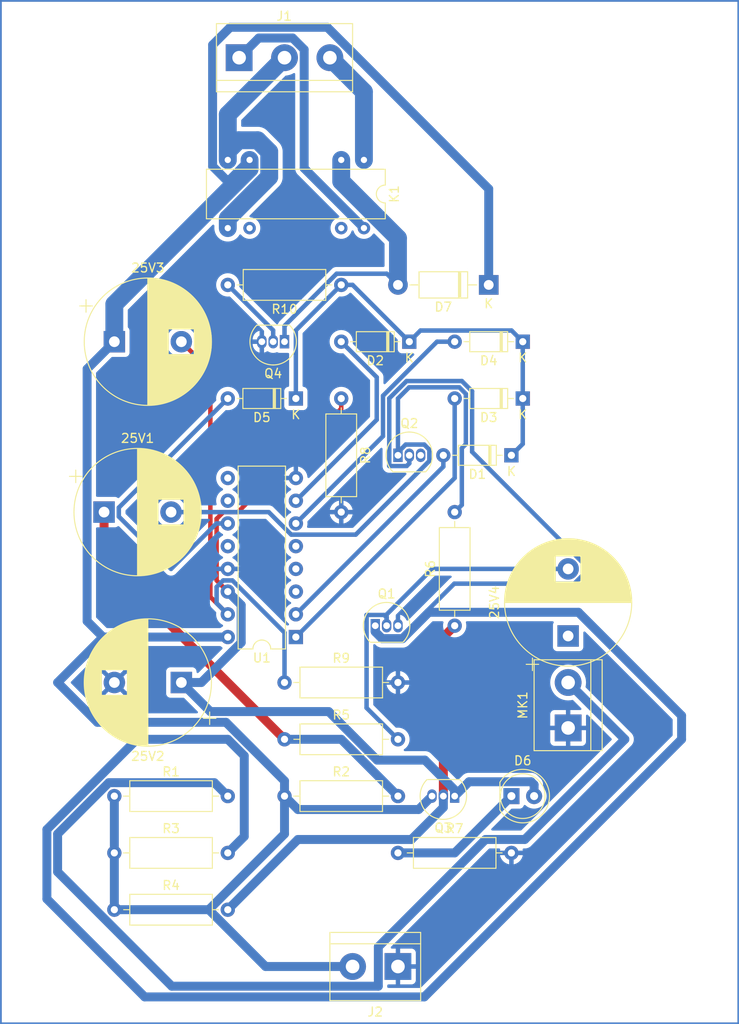
<source format=kicad_pcb>
(kicad_pcb (version 20221018) (generator pcbnew)
  (title_block (title "Clap Controlled Switch ") (date "27.01.2023") (rev "1.0") (company "by Muxtar_Safarov"))
  (layers (0 "F.Cu" signal) (31 "B.Cu" signal) (34 "B.Paste" user) (35 "F.Paste" user) (36 "B.SilkS" user "B.Silkscreen") (37 "F.SilkS" user "F.Silkscreen") (38 "B.Mask" user) (39 "F.Mask" user) (44 "Edge.Cuts" user))
  (net 0 "")
  (net 1 "Net-(25V1-Pad1)")
  (net 2 "Net-(Q2-C)")
  (net 3 "Net-(D6-A)")
  (net 4 "Earth")
  (net 5 "VCC")
  (net 6 "Net-(U1-Reset)")
  (net 7 "Net-(MK1-+)")
  (net 8 "Net-(Q1-B)")
  (net 9 "Net-(D1-K)")
  (net 10 "Net-(D1-A)")
  (net 11 "Net-(D2-A)")
  (net 12 "Net-(D3-A)")
  (net 13 "Net-(D4-A)")
  (net 14 "Net-(D5-A)")
  (net 15 "Net-(D6-K)")
  (net 16 "Net-(D7-A)")
  (net 17 "Net-(J1-Pin_1)")
  (net 18 "Net-(J1-Pin_2)")
  (net 19 "Net-(J1-Pin_3)")
  (net 20 "Net-(Q1-C)")
  (net 21 "BASE")
  (net 22 "Net-(Q4-B)")
  (footprint "Diode_THT:D_DO-35_SOD27_P7.62mm_Horizontal" (layer "F.Cu") (at 96.52 114.3 180)
    (fp_text reference "D2" (at 3.81 -2.12) (layer "F.SilkS"))
    (fp_text value "1N4148")
    (fp_text user "K" (at 0 -1.8) (layer "F.SilkS"))
    (pad "1" thru_hole rect (at 0 0 180) (size 1.6 1.6) (drill 0.8) (layers "*.Cu" "*.Mask") (net 9 "Net-(D1-K)"))
    (pad "2" thru_hole oval (at 7.62 0 180) (size 1.6 1.6) (drill 0.8) (layers "*.Cu" "*.Mask") (net 11 "Net-(D2-A)"))
  )
  (footprint "Package_TO_SOT_THT:TO-92_Inline" (layer "F.Cu") (at 92.71 146.05)
    (fp_text reference "Q1" (at 1.27 -3.56) (layer "F.SilkS"))
    (fp_text value "BC547")
    (pad "1" thru_hole rect (at 0 0) (size 1.05 1.5) (drill 0.75) (layers "*.Cu" "*.Mask") (net 20 "Net-(Q1-C)"))
    (pad "2" thru_hole oval (at 1.27 0) (size 1.05 1.5) (drill 0.75) (layers "*.Cu" "*.Mask") (net 8 "Net-(Q1-B)"))
    (pad "3" thru_hole oval (at 2.54 0) (size 1.05 1.5) (drill 0.75) (layers "*.Cu" "*.Mask") (net 4 "Earth"))
  )
  (footprint "Resistor_THT:R_Axial_DIN0309_L9.0mm_D3.2mm_P12.70mm_Horizontal" (layer "F.Cu") (at 95.25 171.45)
    (fp_text reference "R7" (at 6.35 -2.72) (layer "F.SilkS"))
    (fp_text value "10K")
    (pad "1" thru_hole circle (at 0 0) (size 1.6 1.6) (drill 0.8) (layers "*.Cu" "*.Mask") (net 15 "Net-(D6-K)"))
    (pad "2" thru_hole oval (at 12.7 0) (size 1.6 1.6) (drill 0.8) (layers "*.Cu" "*.Mask") (net 4 "Earth"))
  )
  (footprint "Package_TO_SOT_THT:TO-92_Inline" (layer "F.Cu") (at 101.6 165.1 180)
    (fp_text reference "Q3" (at 1.27 -3.56) (layer "F.SilkS"))
    (fp_text value "BC557")
    (pad "1" thru_hole rect (at 0 0 180) (size 1.05 1.5) (drill 0.75) (layers "*.Cu" "*.Mask") (net 3 "Net-(D6-A)"))
    (pad "2" thru_hole oval (at 1.27 0 180) (size 1.05 1.5) (drill 0.75) (layers "*.Cu" "*.Mask") (net 21 "BASE"))
    (pad "3" thru_hole oval (at 2.54 0 180) (size 1.05 1.5) (drill 0.75) (layers "*.Cu" "*.Mask") (net 5 "VCC"))
  )
  (footprint "Resistor_THT:R_Axial_DIN0309_L9.0mm_D3.2mm_P12.70mm_Horizontal" (layer "F.Cu") (at 63.5 177.8)
    (fp_text reference "R4" (at 6.35 -2.72) (layer "F.SilkS"))
    (fp_text value "2,2K")
    (pad "1" thru_hole circle (at 0 0) (size 1.6 1.6) (drill 0.8) (layers "*.Cu" "*.Mask") (net 5 "VCC"))
    (pad "2" thru_hole oval (at 12.7 0) (size 1.6 1.6) (drill 0.8) (layers "*.Cu" "*.Mask") (net 21 "BASE"))
  )
  (footprint "Resistor_THT:R_Axial_DIN0309_L9.0mm_D3.2mm_P12.70mm_Horizontal" (layer "F.Cu") (at 63.5 171.45)
    (fp_text reference "R3" (at 6.35 -2.72) (layer "F.SilkS"))
    (fp_text value "33K")
    (pad "1" thru_hole circle (at 0 0) (size 1.6 1.6) (drill 0.8) (layers "*.Cu" "*.Mask") (net 5 "VCC"))
    (pad "2" thru_hole oval (at 12.7 0) (size 1.6 1.6) (drill 0.8) (layers "*.Cu" "*.Mask") (net 20 "Net-(Q1-C)"))
  )
  (footprint "Capacitor_THT:CP_Radial_D14.0mm_P7.50mm" (layer "F.Cu") (at 71 152.4 180)
    (fp_text reference "25V2" (at 3.75 -8.25) (layer "F.SilkS"))
    (fp_text value "10uF")
    (pad "1" thru_hole rect (at 0 0 180) (size 2.4 2.4) (drill 1.2) (layers "*.Cu" "*.Mask") (net 3 "Net-(D6-A)"))
    (pad "2" thru_hole circle (at 7.5 0 180) (size 2.4 2.4) (drill 1.2) (layers "*.Cu" "*.Mask") (net 4 "Earth"))
  )
  (footprint "TerminalBlock:TerminalBlock_bornier-2_P5.08mm" (layer "F.Cu") (at 95.25 184.15 180)
    (fp_text reference "J2" (at 2.54 -5.08) (layer "F.SilkS"))
    (fp_text value "Screw_Terminal_01x02")
    (pad "1" thru_hole rect (at 0 0 180) (size 3 3) (drill 1.52) (layers "*.Cu" "*.Mask") (net 4 "Earth"))
    (pad "2" thru_hole circle (at 5.08 0 180) (size 3 3) (drill 1.52) (layers "*.Cu" "*.Mask") (net 5 "VCC"))
  )
  (footprint "Resistor_THT:R_Axial_DIN0309_L9.0mm_D3.2mm_P12.70mm_Horizontal" (layer "F.Cu") (at 88.9 120.65 -90)
    (fp_text reference "R8" (at 6.35 -2.72 90) (layer "F.SilkS"))
    (fp_text value "1K")
    (pad "1" thru_hole circle (at 0 0 270) (size 1.6 1.6) (drill 0.8) (layers "*.Cu" "*.Mask") (net 3 "Net-(D6-A)"))
    (pad "2" thru_hole oval (at 12.7 0 270) (size 1.6 1.6) (drill 0.8) (layers "*.Cu" "*.Mask") (net 4 "Earth"))
  )
  (footprint "Resistor_THT:R_Axial_DIN0309_L9.0mm_D3.2mm_P12.70mm_Horizontal" (layer "F.Cu") (at 101.6 146.05 90)
    (fp_text reference "R6" (at 6.35 -2.72 90) (layer "F.SilkS"))
    (fp_text value "330R")
    (pad "1" thru_hole circle (at 0 0 90) (size 1.6 1.6) (drill 0.8) (layers "*.Cu" "*.Mask") (net 21 "BASE"))
    (pad "2" thru_hole oval (at 12.7 0 90) (size 1.6 1.6) (drill 0.8) (layers "*.Cu" "*.Mask") (net 2 "Net-(Q2-C)"))
  )
  (footprint "Diode_THT:D_DO-35_SOD27_P7.62mm_Horizontal" (layer "F.Cu") (at 107.95 127 180)
    (fp_text reference "D1" (at 3.81 -2.12) (layer "F.SilkS"))
    (fp_text value "1N4148")
    (fp_text user "K" (at 0 -1.8) (layer "F.SilkS"))
    (pad "1" thru_hole rect (at 0 0 180) (size 1.6 1.6) (drill 0.8) (layers "*.Cu" "*.Mask") (net 9 "Net-(D1-K)"))
    (pad "2" thru_hole oval (at 7.62 0 180) (size 1.6 1.6) (drill 0.8) (layers "*.Cu" "*.Mask") (net 10 "Net-(D1-A)"))
  )
  (footprint "Resistor_THT:R_Axial_DIN0309_L9.0mm_D3.2mm_P12.70mm_Horizontal" (layer "F.Cu") (at 82.55 152.4)
    (fp_text reference "R9" (at 6.35 -2.72) (layer "F.SilkS"))
    (fp_text value "1K")
    (pad "1" thru_hole circle (at 0 0) (size 1.6 1.6) (drill 0.8) (layers "*.Cu" "*.Mask") (net 6 "Net-(U1-Reset)"))
    (pad "2" thru_hole oval (at 12.7 0) (size 1.6 1.6) (drill 0.8) (layers "*.Cu" "*.Mask") (net 4 "Earth"))
  )
  (footprint "TerminalBlock:TerminalBlock_bornier-3_P5.08mm" (layer "F.Cu") (at 77.47 82.55)
    (fp_text reference "J1" (at 5.05 -4.65) (layer "F.SilkS"))
    (fp_text value "LOAD with AC supply")
    (pad "1" thru_hole rect (at 0 0) (size 3 3) (drill 1.52) (layers "*.Cu" "*.Mask") (net 17 "Net-(J1-Pin_1)"))
    (pad "2" thru_hole circle (at 5.08 0) (size 3 3) (drill 1.52) (layers "*.Cu" "*.Mask") (net 18 "Net-(J1-Pin_2)"))
    (pad "3" thru_hole circle (at 10.16 0) (size 3 3) (drill 1.52) (layers "*.Cu" "*.Mask") (net 19 "Net-(J1-Pin_3)"))
  )
  (footprint "Relay_THT:Relay_StandexMeder_DIP_LowProfile" (layer "F.Cu") (at 91.44 93.98 -90)
    (fp_text reference "K1" (at 3.81 -3.39 90) (layer "F.SilkS"))
    (fp_text value "relay")
    (pad "1" thru_hole rect (at 0 0 270) (size 1.4 1.4) (drill 0.7) (layers "*.Cu" "*.Mask") (net 19 "Net-(J1-Pin_3)"))
    (pad "2" thru_hole circle (at 0 2.54 270) (size 1.4 1.4) (drill 0.7) (layers "*.Cu" "*.Mask") (net 16 "Net-(D7-A)"))
    (pad "6" thru_hole circle (at 0 12.8 270) (size 1.4 1.4) (drill 0.7) (layers "*.Cu" "*.Mask") (net 5 "VCC"))
    (pad "7" thru_hole circle (at 0 15.24 270) (size 1.4 1.4) (drill 0.7) (layers "*.Cu" "*.Mask") (net 18 "Net-(J1-Pin_2)"))
    (pad "8" thru_hole circle (at 7.62 15.24 270) (size 1.4 1.4) (drill 0.7) (layers "*.Cu" "*.Mask") (net 18 "Net-(J1-Pin_2)"))
    (pad "9" thru_hole circle (at 7.62 12.8 270) (size 1.4 1.4) (drill 0.7) (layers "*.Cu" "*.Mask"))
    (pad "13" thru_hole circle (at 7.62 2.54 270) (size 1.4 1.4) (drill 0.7) (layers "*.Cu" "*.Mask"))
    (pad "14" thru_hole circle (at 7.62 0 270) (size 1.4 1.4) (drill 0.7) (layers "*.Cu" "*.Mask") (net 17 "Net-(J1-Pin_1)"))
  )
  (footprint "Package_TO_SOT_THT:TO-92_Inline" (layer "F.Cu") (at 82.55 114.3 180)
    (fp_text reference "Q4" (at 1.27 -3.56) (layer "F.SilkS"))
    (fp_text value "BC547")
    (pad "1" thru_hole rect (at 0 0 180) (size 1.05 1.5) (drill 0.75) (layers "*.Cu" "*.Mask") (net 16 "Net-(D7-A)"))
    (pad "2" thru_hole oval (at 1.27 0 180) (size 1.05 1.5) (drill 0.75) (layers "*.Cu" "*.Mask") (net 22 "Net-(Q4-B)"))
    (pad "3" thru_hole oval (at 2.54 0 180) (size 1.05 1.5) (drill 0.75) (layers "*.Cu" "*.Mask") (net 4 "Earth"))
  )
  (footprint "TerminalBlock:TerminalBlock_bornier-2_P5.08mm" (layer "F.Cu") (at 114.3 157.48 90)
    (fp_text reference "MK1" (at 2.54 -5.08 90) (layer "F.SilkS"))
    (fp_text value "Microphone")
    (pad "1" thru_hole rect (at 0 0 90) (size 3 3) (drill 1.52) (layers "*.Cu" "*.Mask") (net 4 "Earth"))
    (pad "2" thru_hole circle (at 5.08 0 90) (size 3 3) (drill 1.52) (layers "*.Cu" "*.Mask") (net 7 "Net-(MK1-+)"))
  )
  (footprint "Capacitor_THT:CP_Radial_D14.0mm_P7.50mm" (layer "F.Cu") (at 62.35 133.35)
    (fp_text reference "25V1" (at 3.75 -8.25) (layer "F.SilkS"))
    (fp_text value "1uF")
    (pad "1" thru_hole rect (at 0 0) (size 2.4 2.4) (drill 1.2) (layers "*.Cu" "*.Mask") (net 1 "Net-(25V1-Pad1)"))
    (pad "2" thru_hole circle (at 7.5 0) (size 2.4 2.4) (drill 1.2) (layers "*.Cu" "*.Mask") (net 2 "Net-(Q2-C)"))
  )
  (footprint "Package_TO_SOT_THT:TO-92_Inline" (layer "F.Cu") (at 95.25 127)
    (fp_text reference "Q2" (at 1.27 -3.56) (layer "F.SilkS"))
    (fp_text value "BC547")
    (pad "1" thru_hole rect (at 0 0) (size 1.05 1.5) (drill 0.75) (layers "*.Cu" "*.Mask") (net 2 "Net-(Q2-C)"))
    (pad "2" thru_hole oval (at 1.27 0) (size 1.05 1.5) (drill 0.75) (layers "*.Cu" "*.Mask") (net 20 "Net-(Q1-C)"))
    (pad "3" thru_hole oval (at 2.54 0) (size 1.05 1.5) (drill 0.75) (layers "*.Cu" "*.Mask") (net 4 "Earth"))
  )
  (footprint "Package_DIP:DIP-16_W7.62mm" (layer "F.Cu") (at 83.82 147.32 180)
    (fp_text reference "U1" (at 3.81 -2.33) (layer "F.SilkS"))
    (fp_text value "4017")
    (pad "1" thru_hole rect (at 0 0 180) (size 1.6 1.6) (drill 0.8) (layers "*.Cu" "*.Mask") (net 12 "Net-(D3-A)"))
    (pad "2" thru_hole oval (at 0 2.54 180) (size 1.6 1.6) (drill 0.8) (layers "*.Cu" "*.Mask") (net 10 "Net-(D1-A)"))
    (pad "3" thru_hole oval (at 0 5.08 180) (size 1.6 1.6) (drill 0.8) (layers "*.Cu" "*.Mask"))
    (pad "4" thru_hole oval (at 0 7.62 180) (size 1.6 1.6) (drill 0.8) (layers "*.Cu" "*.Mask"))
    (pad "5" thru_hole oval (at 0 10.16 180) (size 1.6 1.6) (drill 0.8) (layers "*.Cu" "*.Mask"))
    (pad "6" thru_hole oval (at 0 12.7 180) (size 1.6 1.6) (drill 0.8) (layers "*.Cu" "*.Mask") (net 13 "Net-(D4-A)"))
    (pad "7" thru_hole oval (at 0 15.24 180) (size 1.6 1.6) (drill 0.8) (layers "*.Cu" "*.Mask") (net 11 "Net-(D2-A)"))
    (pad "8" thru_hole oval (at 0 17.78 180) (size 1.6 1.6) (drill 0.8) (layers "*.Cu" "*.Mask") (net 4 "Earth"))
    (pad "9" thru_hole oval (at 7.62 17.78 180) (size 1.6 1.6) (drill 0.8) (layers "*.Cu" "*.Mask"))
    (pad "10" thru_hole oval (at 7.62 15.24 180) (size 1.6 1.6) (drill 0.8) (layers "*.Cu" "*.Mask"))
    (pad "11" thru_hole oval (at 7.62 12.7 180) (size 1.6 1.6) (drill 0.8) (layers "*.Cu" "*.Mask") (net 14 "Net-(D5-A)"))
    (pad "12" thru_hole oval (at 7.62 10.16 180) (size 1.6 1.6) (drill 0.8) (layers "*.Cu" "*.Mask"))
    (pad "13" thru_hole oval (at 7.62 7.62 180) (size 1.6 1.6) (drill 0.8) (layers "*.Cu" "*.Mask") (net 4 "Earth"))
    (pad "14" thru_hole oval (at 7.62 5.08 180) (size 1.6 1.6) (drill 0.8) (layers "*.Cu" "*.Mask") (net 3 "Net-(D6-A)"))
    (pad "15" thru_hole oval (at 7.62 2.54 180) (size 1.6 1.6) (drill 0.8) (layers "*.Cu" "*.Mask") (net 6 "Net-(U1-Reset)"))
    (pad "16" thru_hole oval (at 7.62 0 180) (size 1.6 1.6) (drill 0.8) (layers "*.Cu" "*.Mask") (net 5 "VCC"))
  )
  (footprint "Diode_THT:D_DO-35_SOD27_P7.62mm_Horizontal" (layer "F.Cu") (at 83.82 120.65 180)
    (fp_text reference "D5" (at 3.81 -2.12) (layer "F.SilkS"))
    (fp_text value "1N4148")
    (fp_text user "K" (at 0 -1.8) (layer "F.SilkS"))
    (pad "1" thru_hole rect (at 0 0 180) (size 1.6 1.6) (drill 0.8) (layers "*.Cu" "*.Mask") (net 9 "Net-(D1-K)"))
    (pad "2" thru_hole oval (at 7.62 0 180) (size 1.6 1.6) (drill 0.8) (layers "*.Cu" "*.Mask") (net 14 "Net-(D5-A)"))
  )
  (footprint "Capacitor_THT:CP_Radial_D14.0mm_P7.50mm" (layer "F.Cu") (at 63.5 114.3)
    (fp_text reference "25V3" (at 3.75 -8.25) (layer "F.SilkS"))
    (fp_text value "10uF")
    (pad "1" thru_hole rect (at 0 0) (size 2.4 2.4) (drill 1.2) (layers "*.Cu" "*.Mask") (net 5 "VCC"))
    (pad "2" thru_hole circle (at 7.5 0) (size 2.4 2.4) (drill 1.2) (layers "*.Cu" "*.Mask") (net 6 "Net-(U1-Reset)"))
  )
  (footprint "Resistor_THT:R_Axial_DIN0309_L9.0mm_D3.2mm_P12.70mm_Horizontal" (layer "F.Cu") (at 82.55 158.75)
    (fp_text reference "R5" (at 6.35 -2.72) (layer "F.SilkS"))
    (fp_text value "47K")
    (pad "1" thru_hole circle (at 0 0) (size 1.6 1.6) (drill 0.8) (layers "*.Cu" "*.Mask") (net 1 "Net-(25V1-Pad1)"))
    (pad "2" thru_hole oval (at 12.7 0) (size 1.6 1.6) (drill 0.8) (layers "*.Cu" "*.Mask") (net 8 "Net-(Q1-B)"))
  )
  (footprint "Resistor_THT:R_Axial_DIN0309_L9.0mm_D3.2mm_P12.70mm_Horizontal" (layer "F.Cu") (at 82.55 165.1)
    (fp_text reference "R2" (at 6.35 -2.72) (layer "F.SilkS"))
    (fp_text value "3,3M")
    (pad "1" thru_hole circle (at 0 0) (size 1.6 1.6) (drill 0.8) (layers "*.Cu" "*.Mask") (net 5 "VCC"))
    (pad "2" thru_hole oval (at 12.7 0) (size 1.6 1.6) (drill 0.8) (layers "*.Cu" "*.Mask") (net 1 "Net-(25V1-Pad1)"))
  )
  (footprint "Resistor_THT:R_Axial_DIN0309_L9.0mm_D3.2mm_P12.70mm_Horizontal" (layer "F.Cu") (at 63.5 165.1)
    (fp_text reference "R1" (at 6.35 -2.72) (layer "F.SilkS"))
    (fp_text value "5,6K")
    (pad "1" thru_hole circle (at 0 0) (size 1.6 1.6) (drill 0.8) (layers "*.Cu" "*.Mask") (net 5 "VCC"))
    (pad "2" thru_hole oval (at 12.7 0) (size 1.6 1.6) (drill 0.8) (layers "*.Cu" "*.Mask") (net 7 "Net-(MK1-+)"))
  )
  (footprint "Diode_THT:D_DO-35_SOD27_P7.62mm_Horizontal" (layer "F.Cu") (at 109.22 114.3 180)
    (fp_text reference "D4" (at 3.81 -2.12) (layer "F.SilkS"))
    (fp_text value "1N4148")
    (fp_text user "K" (at 0 -1.8) (layer "F.SilkS"))
    (pad "1" thru_hole rect (at 0 0 180) (size 1.6 1.6) (drill 0.8) (layers "*.Cu" "*.Mask") (net 9 "Net-(D1-K)"))
    (pad "2" thru_hole oval (at 7.62 0 180) (size 1.6 1.6) (drill 0.8) (layers "*.Cu" "*.Mask") (net 13 "Net-(D4-A)"))
  )
  (footprint "Capacitor_THT:CP_Radial_D14.0mm_P7.50mm" (layer "F.Cu") (at 114.3 147.2 90)
    (fp_text reference "25V4" (at 3.75 -8.25 90) (layer "F.SilkS"))
    (fp_text value "0,22uF")
    (pad "1" thru_hole rect (at 0 0 90) (size 2.4 2.4) (drill 1.2) (layers "*.Cu" "*.Mask") (net 7 "Net-(MK1-+)"))
    (pad "2" thru_hole circle (at 7.5 0 90) (size 2.4 2.4) (drill 1.2) (layers "*.Cu" "*.Mask") (net 8 "Net-(Q1-B)"))
  )
  (footprint "Diode_THT:D_DO-41_SOD81_P10.16mm_Horizontal" (layer "F.Cu") (at 105.41 107.95 180)
    (fp_text reference "D7" (at 5.08 -2.47) (layer "F.SilkS"))
    (fp_text value "1N4007")
    (fp_text user "K" (at 0 -2.1) (layer "F.SilkS"))
    (pad "1" thru_hole rect (at 0 0 180) (size 2.2 2.2) (drill 1.1) (layers "*.Cu" "*.Mask") (net 5 "VCC"))
    (pad "2" thru_hole oval (at 10.16 0 180) (size 2.2 2.2) (drill 1.1) (layers "*.Cu" "*.Mask") (net 16 "Net-(D7-A)"))
  )
  (footprint "Resistor_THT:R_Axial_DIN0309_L9.0mm_D3.2mm_P12.70mm_Horizontal" (layer "F.Cu") (at 88.9 107.95 180)
    (fp_text reference "R10" (at 6.35 -2.72) (layer "F.SilkS"))
    (fp_text value "1K")
    (pad "1" thru_hole circle (at 0 0 180) (size 1.6 1.6) (drill 0.8) (layers "*.Cu" "*.Mask") (net 9 "Net-(D1-K)"))
    (pad "2" thru_hole oval (at 12.7 0 180) (size 1.6 1.6) (drill 0.8) (layers "*.Cu" "*.Mask") (net 22 "Net-(Q4-B)"))
  )
  (footprint "LED_THT:LED_D5.0mm" (layer "F.Cu") (at 107.95 165.1)
    (fp_text reference "D6" (at 1.27 -3.96) (layer "F.SilkS"))
    (fp_text value "LED")
    (pad "1" thru_hole rect (at 0 0) (size 1.8 1.8) (drill 0.9) (layers "*.Cu" "*.Mask") (net 15 "Net-(D6-K)"))
    (pad "2" thru_hole circle (at 2.54 0) (size 1.8 1.8) (drill 0.9) (layers "*.Cu" "*.Mask") (net 3 "Net-(D6-A)"))
  )
  (footprint "Diode_THT:D_DO-35_SOD27_P7.62mm_Horizontal" (layer "F.Cu") (at 109.22 120.65 180)
    (fp_text reference "D3" (at 3.81 -2.12) (layer "F.SilkS"))
    (fp_text value "1N4148")
    (fp_text user "K" (at 0 -1.8) (layer "F.SilkS"))
    (pad "1" thru_hole rect (at 0 0 180) (size 1.6 1.6) (drill 0.8) (layers "*.Cu" "*.Mask") (net 9 "Net-(D1-K)"))
    (pad "2" thru_hole oval (at 7.62 0 180) (size 1.6 1.6) (drill 0.8) (layers "*.Cu" "*.Mask") (net 12 "Net-(D3-A)"))
  )
  (gr_rect (start 50.8 76.2) (end 133.35 190.5) (stroke (width 0.2)) (fill none) (layer "B.Cu"))
  (segment (start 82.55 158.75) (end 62.35 138.55) (width 1) (layer "F.Cu") (net 1))
  (segment (start 62.35 138.55) (end 62.35 133.35) (width 1) (layer "F.Cu") (net 1))
  (segment (start 88.9 158.75) (end 95.25 165.1) (width 1) (layer "B.Cu") (net 1))
  (segment (start 82.55 158.75) (end 88.9 158.75) (width 1) (layer "B.Cu") (net 1))
  (segment (start 90.523858 135.87) (end 98.765 127.628858) (width 0.5) (layer "B.Cu") (net 2))
  (segment (start 96.116142 125.8) (end 95.25 126.666142) (width 0.5) (layer "B.Cu") (net 2))
  (segment (start 98.765 127.628858) (end 98.765 126.371142) (width 0.5) (layer "B.Cu") (net 2))
  (segment (start 101.6 133.35) (end 102.399999 132.550001) (width 0.5) (layer "B.Cu") (net 2))
  (segment (start 95.25 120.65) (end 95.25 127) (width 0.5) (layer "B.Cu") (net 2))
  (segment (start 102.85 120.132233) (end 102.117767 119.4) (width 0.5) (layer "B.Cu") (net 2))
  (segment (start 69.85 133.35) (end 80.782233 133.35) (width 0.5) (layer "B.Cu") (net 2))
  (segment (start 98.765 126.371142) (end 98.193858 125.8) (width 0.5) (layer "B.Cu") (net 2))
  (segment (start 96.5 119.4) (end 95.25 120.65) (width 0.5) (layer "B.Cu") (net 2))
  (segment (start 98.193858 125.8) (end 96.116142 125.8) (width 0.5) (layer "B.Cu") (net 2))
  (segment (start 95.25 126.666142) (end 95.25 127) (width 0.5) (layer "B.Cu") (net 2))
  (segment (start 102.399999 132.550001) (end 102.399999 126.200001) (width 0.5) (layer "B.Cu") (net 2))
  (segment (start 102.117767 119.4) (end 96.5 119.4) (width 0.5) (layer "B.Cu") (net 2))
  (segment (start 102.399999 126.200001) (end 102.85 125.75) (width 0.5) (layer "B.Cu") (net 2))
  (segment (start 102.85 125.75) (end 102.85 120.132233) (width 0.5) (layer "B.Cu") (net 2))
  (segment (start 83.302233 135.87) (end 90.523858 135.87) (width 0.5) (layer "B.Cu") (net 2))
  (segment (start 80.782233 133.35) (end 83.302233 135.87) (width 0.5) (layer "B.Cu") (net 2))
  (segment (start 88.9 121.78137) (end 77.33137 133.35) (width 0.5) (layer "F.Cu") (net 3))
  (segment (start 74.95 140.99) (end 76.2 142.24) (width 0.5) (layer "F.Cu") (net 3))
  (segment (start 88.9 120.65) (end 88.9 121.78137) (width 0.5) (layer "F.Cu") (net 3))
  (segment (start 77.33137 133.35) (end 75.702233 133.35) (width 0.5) (layer "F.Cu") (net 3))
  (segment (start 74.95 134.102233) (end 74.95 140.99) (width 0.5) (layer "F.Cu") (net 3))
  (segment (start 75.702233 133.35) (end 74.95 134.102233) (width 0.5) (layer "F.Cu") (net 3))
  (segment (start 74.25 155.65) (end 71 152.4) (width 1) (layer "B.Cu") (net 3))
  (segment (start 77.7 147.941321) (end 77.7 143.74) (width 1) (layer "B.Cu") (net 3))
  (segment (start 110.49 163.827208) (end 110.49 165.1) (width 1) (layer "B.Cu") (net 3))
  (segment (start 101.6 165.1) (end 103.2 163.5) (width 1) (layer "B.Cu") (net 3))
  (segment (start 101.6 165.1) (end 101.6 164.412588) (width 1) (layer "B.Cu") (net 3))
  (segment (start 103.2 163.5) (end 110.162792 163.5) (width 1) (layer "B.Cu") (net 3))
  (segment (start 101.6 164.412588) (end 98.263884 161.076472) (width 1) (layer "B.Cu") (net 3))
  (segment (start 77.7 143.74) (end 76.2 142.24) (width 1) (layer "B.Cu") (net 3))
  (segment (start 87.497056 155.65) (end 74.25 155.65) (width 1) (layer "B.Cu") (net 3))
  (segment (start 110.162792 163.5) (end 110.49 163.827208) (width 1) (layer "B.Cu") (net 3))
  (segment (start 73.241321 152.4) (end 77.7 147.941321) (width 1) (layer "B.Cu") (net 3))
  (segment (start 92.923528 161.076472) (end 87.497056 155.65) (width 1) (layer "B.Cu") (net 3))
  (segment (start 71 152.4) (end 73.241321 152.4) (width 1) (layer "B.Cu") (net 3))
  (segment (start 98.263884 161.076472) (end 92.923528 161.076472) (width 1) (layer "B.Cu") (net 3))
  (segment (start 78.64 93.98) (end 78.64 94.969949) (width 2) (layer "B.Cu") (net 5))
  (segment (start 84.05 166.6) (end 97.56 166.6) (width 1) (layer "B.Cu") (net 5))
  (segment (start 75.997056 156.85) (end 61.6 156.85) (width 1) (layer "B.Cu") (net 5))
  (segment (start 82.55 165.1) (end 82.55 169.328679) (width 1) (layer "B.Cu") (net 5))
  (segment (start 74.5 94.684163) (end 76.145812 96.329975) (width 1) (layer "B.Cu") (net 5))
  (segment (start 60.45 117.35) (end 60.45 145.54) (width 1) (layer "B.Cu") (net 5))
  (segment (start 90.17 184.15) (end 80.428679 184.15) (width 1) (layer "B.Cu") (net 5))
  (segment (start 76.47 79.15) (end 74.5 81.12) (width 1) (layer "B.Cu") (net 5))
  (segment (start 87.34127 79.15) (end 76.47 79.15) (width 1) (layer "B.Cu") (net 5))
  (segment (start 63.5 165.1) (end 63.5 171.45) (width 1) (layer "B.Cu") (net 5))
  (segment (start 82.55 165.1) (end 82.55 163.402944) (width 1) (layer "B.Cu") (net 5))
  (segment (start 82.55 165.1) (end 84.05 166.6) (width 1) (layer "B.Cu") (net 5))
  (segment (start 60.45 145.54) (end 62.23 147.32) (width 1) (layer "B.Cu") (net 5))
  (segment (start 78.64 94.969949) (end 63.5 110.109949) (width 2) (layer "B.Cu") (net 5))
  (segment (start 62.23 147.32) (end 76.2 147.32) (width 1) (layer "B.Cu") (net 5))
  (segment (start 76.290025 96.329975) (end 78.64 93.98) (width 1) (layer "B.Cu") (net 5))
  (segment (start 105.41 107.95) (end 105.41 97.21873) (width 1) (layer "B.Cu") (net 5))
  (segment (start 74.078679 177.8) (end 63.5 177.8) (width 1) (layer "B.Cu") (net 5))
  (segment (start 74.5 81.12) (end 74.5 94.684163) (width 1) (layer "B.Cu") (net 5))
  (segment (start 97.56 166.6) (end 99.06 165.1) (width 1) (layer "B.Cu") (net 5))
  (segment (start 61.6 156.85) (end 57.15 152.4) (width 1) (layer "B.Cu") (net 5))
  (segment (start 63.5 110.109949) (end 63.5 114.3) (width 2) (layer "B.Cu") (net 5))
  (segment (start 82.55 163.402944) (end 75.997056 156.85) (width 1) (layer "B.Cu") (net 5))
  (segment (start 76.145812 96.329975) (end 76.290025 96.329975) (width 1) (layer "B.Cu") (net 5))
  (segment (start 63.5 171.45) (end 63.5 177.8) (width 1) (layer "B.Cu") (net 5))
  (segment (start 105.41 97.21873) (end 87.34127 79.15) (width 1) (layer "B.Cu") (net 5))
  (segment (start 80.428679 184.15) (end 74.078679 177.8) (width 1) (layer "B.Cu") (net 5))
  (segment (start 63.5 114.3) (end 60.45 117.35) (width 1) (layer "B.Cu") (net 5))
  (segment (start 57.15 152.4) (end 62.23 147.32) (width 1) (layer "B.Cu") (net 5))
  (segment (start 82.55 169.328679) (end 74.078679 177.8) (width 1) (layer "B.Cu") (net 5))
  (segment (start 74.25 142.83) (end 76.2 144.78) (width 0.5) (layer "F.Cu") (net 6))
  (segment (start 74.25 117.55) (end 74.25 142.83) (width 0.5) (layer "F.Cu") (net 6))
  (segment (start 71 114.3) (end 74.25 117.55) (width 0.5) (layer "F.Cu") (net 6))
  (segment (start 82.55 152.4) (end 82.55 146.822233) (width 0.5) (layer "B.Cu") (net 6))
  (segment (start 74.95 143.53) (end 76.2 144.78) (width 0.5) (layer "B.Cu") (net 6))
  (segment (start 74.95 141.722233) (end 74.95 143.53) (width 0.5) (layer "B.Cu") (net 6))
  (segment (start 75.682233 140.99) (end 74.95 141.722233) (width 0.5) (layer "B.Cu") (net 6))
  (segment (start 76.717767 140.99) (end 75.682233 140.99) (width 0.5) (layer "B.Cu") (net 6))
  (segment (start 82.55 146.822233) (end 76.717767 140.99) (width 0.5) (layer "B.Cu") (net 6))
  (segment (start 109.45 169.95) (end 120.65 158.75) (width 1) (layer "B.Cu") (net 7))
  (segment (start 93.05 181.95) (end 105.05 169.95) (width 1) (layer "B.Cu") (net 7))
  (segment (start 69.928679 186.35) (end 93.05 186.35) (width 1) (layer "B.Cu") (net 7))
  (segment (start 93.05 186.35) (end 93.05 181.95) (width 1) (layer "B.Cu") (net 7))
  (segment (start 120.65 158.75) (end 114.3 152.4) (width 1) (layer "B.Cu") (net 7))
  (segment (start 105.05 169.95) (end 109.45 169.95) (width 1) (layer "B.Cu") (net 7))
  (segment (start 76.2 165.1) (end 74.7 163.6) (width 1) (layer "B.Cu") (net 7))
  (segment (start 57.15 173.571321) (end 69.928679 186.35) (width 1) (layer "B.Cu") (net 7))
  (segment (start 74.7 163.6) (end 62.878679 163.6) (width 1) (layer "B.Cu") (net 7))
  (segment (start 62.878679 163.6) (end 57.15 169.328679) (width 1) (layer "B.Cu") (net 7))
  (segment (start 57.15 169.328679) (end 57.15 173.571321) (width 1) (layer "B.Cu") (net 7))
  (segment (start 93.98 145.126142) (end 93.98 146.05) (width 0.5) (layer "B.Cu") (net 8))
  (segment (start 93.98 144.8) (end 99.08 139.7) (width 0.5) (layer "B.Cu") (net 8))
  (segment (start 99.08 139.7) (end 114.3 139.7) (width 0.5) (layer "B.Cu") (net 8))
  (segment (start 91.735 144.85) (end 93.703858 144.85) (width 0.5) (layer "B.Cu") (net 8))
  (segment (start 91.735 155.235) (end 91.735 144.85) (width 0.5) (layer "B.Cu") (net 8))
  (segment (start 95.25 158.75) (end 91.735 155.235) (width 0.5) (layer "B.Cu") (net 8))
  (segment (start 93.98 146.05) (end 93.98 144.8) (width 0.5) (layer "B.Cu") (net 8))
  (segment (start 93.703858 144.85) (end 93.98 145.126142) (width 0.5) (layer "B.Cu") (net 8))
  (segment (start 96.52 114.3) (end 90.17 107.95) (width 0.5) (layer "B.Cu") (net 9))
  (segment (start 109.22 114.3) (end 109.22 120.65) (width 0.5) (layer "B.Cu") (net 9))
  (segment (start 83.82 120.65) (end 83.82 113.03) (width 0.5) (layer "B.Cu") (net 9))
  (segment (start 90.17 107.95) (end 88.9 107.95) (width 0.5) (layer "B.Cu") (net 9))
  (segment (start 83.82 113.03) (end 88.9 107.95) (width 0.5) (layer "B.Cu") (net 9))
  (segment (start 109.22 114.3) (end 107.97 113.05) (width 0.5) (layer "B.Cu") (net 9))
  (segment (start 107.97 113.05) (end 97.77 113.05) (width 0.5) (layer "B.Cu") (net 9))
  (segment (start 109.22 120.65) (end 109.22 125.73) (width 0.5) (layer "B.Cu") (net 9))
  (segment (start 97.77 113.05) (end 96.52 114.3) (width 0.5) (layer "B.Cu") (net 9))
  (segment (start 109.22 125.73) (end 107.95 127) (width 0.5) (layer "B.Cu") (net 9))
  (segment (start 100.33 128.27) (end 100.33 127) (width 0.5) (layer "B.Cu") (net 10))
  (segment (start 83.82 144.78) (end 100.33 128.27) (width 0.5) (layer "B.Cu") (net 10))
  (segment (start 92.875 118.275) (end 88.9 114.3) (width 0.5) (layer "B.Cu") (net 11))
  (segment (start 83.82 132.08) (end 92.875 123.025) (width 0.5) (layer "B.Cu") (net 11))
  (segment (start 92.875 123.025) (end 92.875 118.275) (width 0.5) (layer "B.Cu") (net 11))
  (segment (start 83.82 147.32) (end 101.6 129.54) (width 0.5) (layer "B.Cu") (net 12))
  (segment (start 101.6 129.54) (end 101.6 120.65) (width 0.5) (layer "B.Cu") (net 12))
  (segment (start 83.82 134.62) (end 93.575 124.865) (width 0.5) (layer "B.Cu") (net 13))
  (segment (start 93.575 120.345101) (end 99.620101 114.3) (width 0.5) (layer "B.Cu") (net 13))
  (segment (start 93.575 124.865) (end 93.575 120.345101) (width 0.5) (layer "B.Cu") (net 13))
  (segment (start 99.620101 114.3) (end 101.6 114.3) (width 0.5) (layer "B.Cu") (net 13))
  (segment (start 69.85 139.7) (end 74.93 134.62) (width 0.5) (layer "B.Cu") (net 14))
  (segment (start 74.93 134.62) (end 76.2 134.62) (width 0.5) (layer "B.Cu") (net 14))
  (segment (start 64 132.85) (end 64 133.85) (width 0.5) (layer "B.Cu") (net 14))
  (segment (start 64 133.85) (end 69.85 139.7) (width 0.5) (layer "B.Cu") (net 14))
  (segment (start 76.2 120.65) (end 64 132.85) (width 0.5) (layer "B.Cu") (net 14))
  (segment (start 95.25 171.45) (end 101.6 171.45) (width 1) (layer "B.Cu") (net 15))
  (segment (start 101.6 171.45) (end 107.95 165.1) (width 1) (layer "B.Cu") (net 15))
  (segment (start 94 106.7) (end 95.25 107.95) (width 0.5) (layer "B.Cu") (net 16))
  (segment (start 88.382233 106.7) (end 94 106.7) (width 0.5) (layer "B.Cu") (net 16))
  (segment (start 82.55 114.3) (end 82.55 112.532233) (width 0.5) (layer "B.Cu") (net 16))
  (segment (start 88.9 96.372994) (end 95.25 102.722994) (width 2) (layer "B.Cu") (net 16))
  (segment (start 95.25 102.722994) (end 95.25 107.95) (width 2) (layer "B.Cu") (net 16))
  (segment (start 82.55 112.532233) (end 88.382233 106.7) (width 0.5) (layer "B.Cu") (net 16))
  (segment (start 88.9 93.98) (end 88.9 96.372994) (width 2) (layer "B.Cu") (net 16))
  (segment (start 84.75 81.63873) (end 84.75 94.91) (width 1) (layer "B.Cu") (net 17))
  (segment (start 77.47 82.55) (end 79.67 80.35) (width 1) (layer "B.Cu") (net 17))
  (segment (start 83.46127 80.35) (end 84.75 81.63873) (width 1) (layer "B.Cu") (net 17))
  (segment (start 84.75 94.91) (end 91.44 101.6) (width 1) (layer "B.Cu") (net 17))
  (segment (start 79.67 80.35) (end 83.46127 80.35) (width 1) (layer "B.Cu") (net 17))
  (segment (start 77.410051 91.78) (end 79.55127 91.78) (width 2) (layer "B.Cu") (net 18))
  (segment (start 80.84 95.881219) (end 76.2 100.521219) (width 2) (layer "B.Cu") (net 18))
  (segment (start 79.55127 91.78) (end 80.84 93.06873) (width 2) (layer "B.Cu") (net 18))
  (segment (start 76.2 92.990051) (end 77.410051 91.78) (width 2) (layer "B.Cu") (net 18))
  (segment (start 80.84 93.06873) (end 80.84 95.881219) (width 2) (layer "B.Cu") (net 18))
  (segment (start 76.2 100.521219) (end 76.2 101.6) (width 2) (layer "B.Cu") (net 18))
  (segment (start 76.2 88.9) (end 76.2 93.98) (width 2) (layer "B.Cu") (net 18))
  (segment (start 76.2 93.98) (end 76.2 92.990051) (width 2) (layer "B.Cu") (net 18))
  (segment (start 82.55 82.55) (end 76.2 88.9) (width 2) (layer "B.Cu") (net 18))
  (segment (start 87.63 82.55) (end 91.44 86.36) (width 2) (layer "B.Cu") (net 19))
  (segment (start 91.44 86.36) (end 91.44 93.98) (width 2) (layer "B.Cu") (net 19))
  (segment (start 96.210051 118.7) (end 102.407717 118.7) (width 0.5) (layer "B.Cu") (net 20))
  (segment (start 103.55 126.616547) (end 115.95 139.016547) (width 0.5) (layer "B.Cu") (net 20))
  (segment (start 66.9 187.55) (end 98.2 187.55) (width 1) (layer "B.Cu") (net 20))
  (segment (start 78.042642 160.592642) (end 76.2 158.75) (width 1) (layer "B.Cu") (net 20))
  (segment (start 115.95 139.016547) (end 115.95 140.383453) (width 0.5) (layer "B.Cu") (net 20))
  (segment (start 94.275 120.635051) (end 96.210051 118.7) (width 0.5) (layer "B.Cu") (net 20))
  (segment (start 92.71 146.383858) (end 92.71 146.05) (width 0.5) (layer "B.Cu") (net 20))
  (segment (start 101.553858 141.35) (end 95.653858 147.25) (width 0.5) (layer "B.Cu") (net 20))
  (segment (start 96.52 127.905) (end 96.225 128.2) (width 0.5) (layer "B.Cu") (net 20))
  (segment (start 127 156.1) (end 115.45 144.55) (width 1) (layer "B.Cu") (net 20))
  (segment (start 98.707412 144.55) (end 95.757412 147.5) (width 1) (layer "B.Cu") (net 20))
  (segment (start 96.225 128.2) (end 94.275 128.2) (width 0.5) (layer "B.Cu") (net 20))
  (segment (start 94.275 128.2) (end 94.275 120.635051) (width 0.5) (layer "B.Cu") (net 20))
  (segment (start 93.576142 147.25) (end 92.71 146.383858) (width 0.5) (layer "B.Cu") (net 20))
  (segment (start 76.2 171.45) (end 78.042642 169.607358) (width 1) (layer "B.Cu") (net 20))
  (segment (start 66.031623 158.75) (end 55.95 168.831623) (width 1) (layer "B.Cu") (net 20))
  (segment (start 76.2 158.75) (end 66.031623 158.75) (width 1) (layer "B.Cu") (net 20))
  (segment (start 115.45 144.55) (end 98.707412 144.55) (width 1) (layer "B.Cu") (net 20))
  (segment (start 103.55 119.842284) (end 103.55 126.616547) (width 0.5) (layer "B.Cu") (net 20))
  (segment (start 92.71 146.737412) (end 92.71 146.05) (width 1) (layer "B.Cu") (net 20))
  (segment (start 98.2 187.55) (end 127 158.75) (width 1) (layer "B.Cu") (net 20))
  (segment (start 127 158.75) (end 127 156.1) (width 1) (layer "B.Cu") (net 20))
  (segment (start 78.042642 169.607358) (end 78.042642 160.592642) (width 1) (layer "B.Cu") (net 20))
  (segment (start 115.95 140.383453) (end 114.983453 141.35) (width 0.5) (layer "B.Cu") (net 20))
  (segment (start 55.95 176.6) (end 66.9 187.55) (width 1) (layer "B.Cu") (net 20))
  (segment (start 55.95 168.831623) (end 55.95 176.6) (width 1) (layer "B.Cu") (net 20))
  (segment (start 95.653858 147.25) (end 93.576142 147.25) (width 0.5) (layer "B.Cu") (net 20))
  (segment (start 93.472588 147.5) (end 92.71 146.737412) (width 1) (layer "B.Cu") (net 20))
  (segment (start 96.52 127) (end 96.52 127.905) (width 0.5) (layer "B.Cu") (net 20))
  (segment (start 95.757412 147.5) (end 93.472588 147.5) (width 1) (layer "B.Cu") (net 20))
  (segment (start 102.407717 118.7) (end 103.55 119.842284) (width 0.5) (layer "B.Cu") (net 20))
  (segment (start 114.983453 141.35) (end 101.553858 141.35) (width 0.5) (layer "B.Cu") (net 20))
  (segment (start 100.33 147.32) (end 101.6 146.05) (width 1) (layer "F.Cu") (net 21))
  (segment (start 100.33 165.1) (end 100.33 147.32) (width 1) (layer "F.Cu") (net 21))
  (segment (start 76.2 177.8) (end 84.05 169.95) (width 1) (layer "B.Cu") (net 21))
  (segment (start 96.75 169.95) (end 100.33 166.37) (width 1) (layer "B.Cu") (net 21))
  (segment (start 84.05 169.95) (end 96.75 169.95) (width 1) (layer "B.Cu") (net 21))
  (segment (start 100.33 166.37) (end 100.33 165.1) (width 1) (layer "B.Cu") (net 21))
  (segment (start 81.28 113.03) (end 81.28 114.3) (width 0.5) (layer "B.Cu") (net 22))
  (segment (start 76.2 107.95) (end 81.28 113.03) (width 0.5) (layer "B.Cu") (net 22))
  (zone (net 4) (net_name "Earth") (layer "B.Cu") (connect_pads (clearance 0.5)) (min_thickness 0.25) (fill yes (thermal_gap 0.5) (thermal_bridge_width 0.5))
    (polygon (pts (xy 50.8 76.2) (xy 50.8 190.5) (xy 133.35 190.5) (xy 133.35 76.2)))
  )
)
</source>
